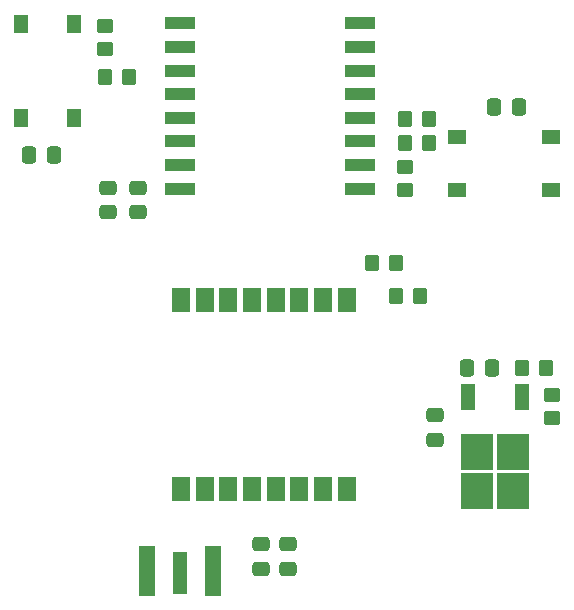
<source format=gtp>
G04 #@! TF.GenerationSoftware,KiCad,Pcbnew,6.0.10*
G04 #@! TF.CreationDate,2023-04-28T22:54:55-05:00*
G04 #@! TF.ProjectId,base,62617365-2e6b-4696-9361-645f70636258,rev?*
G04 #@! TF.SameCoordinates,Original*
G04 #@! TF.FileFunction,Paste,Top*
G04 #@! TF.FilePolarity,Positive*
%FSLAX46Y46*%
G04 Gerber Fmt 4.6, Leading zero omitted, Abs format (unit mm)*
G04 Created by KiCad (PCBNEW 6.0.10) date 2023-04-28 22:54:55*
%MOMM*%
%LPD*%
G01*
G04 APERTURE LIST*
G04 Aperture macros list*
%AMRoundRect*
0 Rectangle with rounded corners*
0 $1 Rounding radius*
0 $2 $3 $4 $5 $6 $7 $8 $9 X,Y pos of 4 corners*
0 Add a 4 corners polygon primitive as box body*
4,1,4,$2,$3,$4,$5,$6,$7,$8,$9,$2,$3,0*
0 Add four circle primitives for the rounded corners*
1,1,$1+$1,$2,$3*
1,1,$1+$1,$4,$5*
1,1,$1+$1,$6,$7*
1,1,$1+$1,$8,$9*
0 Add four rect primitives between the rounded corners*
20,1,$1+$1,$2,$3,$4,$5,0*
20,1,$1+$1,$4,$5,$6,$7,0*
20,1,$1+$1,$6,$7,$8,$9,0*
20,1,$1+$1,$8,$9,$2,$3,0*%
G04 Aperture macros list end*
%ADD10RoundRect,0.250000X0.350000X0.450000X-0.350000X0.450000X-0.350000X-0.450000X0.350000X-0.450000X0*%
%ADD11RoundRect,0.250000X0.337500X0.475000X-0.337500X0.475000X-0.337500X-0.475000X0.337500X-0.475000X0*%
%ADD12RoundRect,0.250000X0.475000X-0.337500X0.475000X0.337500X-0.475000X0.337500X-0.475000X-0.337500X0*%
%ADD13RoundRect,0.250000X-0.337500X-0.475000X0.337500X-0.475000X0.337500X0.475000X-0.337500X0.475000X0*%
%ADD14R,1.550000X1.300000*%
%ADD15R,1.300000X1.550000*%
%ADD16RoundRect,0.250000X-0.350000X-0.450000X0.350000X-0.450000X0.350000X0.450000X-0.350000X0.450000X0*%
%ADD17RoundRect,0.250000X-0.450000X0.350000X-0.450000X-0.350000X0.450000X-0.350000X0.450000X0.350000X0*%
%ADD18R,1.270000X3.600000*%
%ADD19R,1.350000X4.200000*%
%ADD20RoundRect,0.250000X0.450000X-0.350000X0.450000X0.350000X-0.450000X0.350000X-0.450000X-0.350000X0*%
%ADD21R,1.500000X2.000000*%
%ADD22R,2.750000X3.050000*%
%ADD23R,1.200000X2.200000*%
%ADD24RoundRect,0.250000X-0.475000X0.337500X-0.475000X-0.337500X0.475000X-0.337500X0.475000X0.337500X0*%
%ADD25R,2.500000X1.000000*%
G04 APERTURE END LIST*
D10*
X159512000Y-110490000D03*
X157512000Y-110490000D03*
D11*
X165608000Y-116586000D03*
X163533000Y-116586000D03*
D12*
X135636000Y-103429500D03*
X135636000Y-101354500D03*
D13*
X126449000Y-98552000D03*
X128524000Y-98552000D03*
D14*
X170599000Y-97064000D03*
X162649000Y-97064000D03*
X162649000Y-101564000D03*
X170599000Y-101564000D03*
D15*
X125766000Y-87465000D03*
X125766000Y-95415000D03*
X130266000Y-95415000D03*
X130266000Y-87465000D03*
D10*
X160274000Y-95504000D03*
X158274000Y-95504000D03*
D16*
X168180000Y-116586000D03*
X170180000Y-116586000D03*
X132874000Y-91948000D03*
X134874000Y-91948000D03*
D12*
X133096000Y-103429500D03*
X133096000Y-101354500D03*
D17*
X158242000Y-99568000D03*
X158242000Y-101568000D03*
D13*
X165819000Y-94488000D03*
X167894000Y-94488000D03*
D18*
X139192000Y-133967500D03*
D19*
X142017000Y-133767500D03*
X136367000Y-133767500D03*
D20*
X170688000Y-120872000D03*
X170688000Y-118872000D03*
D12*
X146050000Y-133604000D03*
X146050000Y-131529000D03*
D10*
X160274000Y-97536000D03*
X158274000Y-97536000D03*
D20*
X132842000Y-89630000D03*
X132842000Y-87630000D03*
D21*
X139304000Y-126872000D03*
X141304000Y-126872000D03*
X143304000Y-126872000D03*
X145304000Y-126872000D03*
X147304000Y-126872000D03*
X149304000Y-126872000D03*
X151304000Y-126872000D03*
X153304000Y-126872000D03*
X153304000Y-110872000D03*
X151304000Y-110872000D03*
X149304000Y-110872000D03*
X147304000Y-110872000D03*
X145304000Y-110872000D03*
X143304000Y-110872000D03*
X141304000Y-110872000D03*
X139304000Y-110872000D03*
D22*
X167386000Y-127048000D03*
X164336000Y-127048000D03*
X164336000Y-123698000D03*
X167386000Y-123698000D03*
D23*
X168141000Y-119073000D03*
X163581000Y-119073000D03*
D12*
X148336000Y-133625500D03*
X148336000Y-131550500D03*
D24*
X160782000Y-120628500D03*
X160782000Y-122703500D03*
D10*
X157480000Y-107696000D03*
X155480000Y-107696000D03*
D25*
X139213000Y-87421000D03*
X139213000Y-89421000D03*
X139213000Y-91421000D03*
X139213000Y-93421000D03*
X139213000Y-95421000D03*
X139213000Y-97421000D03*
X139213000Y-99421000D03*
X139213000Y-101421000D03*
X154413000Y-101421000D03*
X154413000Y-99421000D03*
X154413000Y-97421000D03*
X154413000Y-95421000D03*
X154413000Y-93421000D03*
X154413000Y-91421000D03*
X154413000Y-89421000D03*
X154413000Y-87421000D03*
M02*

</source>
